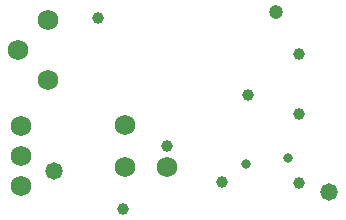
<source format=gbs>
%FSLAX23Y23*%
%MOIN*%
G70*
G01*
G75*
G04 Layer_Color=16711935*
G04:AMPARAMS|DCode=10|XSize=71mil|YSize=118mil|CornerRadius=0mil|HoleSize=0mil|Usage=FLASHONLY|Rotation=0.000|XOffset=0mil|YOffset=0mil|HoleType=Round|Shape=Octagon|*
%AMOCTAGOND10*
4,1,8,-0.018,0.059,0.018,0.059,0.035,0.041,0.035,-0.041,0.018,-0.059,-0.018,-0.059,-0.035,-0.041,-0.035,0.041,-0.018,0.059,0.0*
%
%ADD10OCTAGOND10*%

%ADD11R,0.020X0.047*%
%ADD12R,0.020X0.063*%
%ADD13R,0.031X0.035*%
%ADD14R,0.035X0.031*%
%ADD15R,0.051X0.106*%
%ADD16R,0.091X0.091*%
%ADD17R,0.106X0.051*%
%ADD18R,0.059X0.118*%
%ADD19R,0.039X0.118*%
%ADD20O,0.087X0.024*%
%ADD21C,0.010*%
%ADD22C,0.060*%
%ADD23C,0.039*%
%ADD24C,0.050*%
%ADD25C,0.031*%
%ADD26C,0.024*%
%ADD27C,0.010*%
%ADD28C,0.008*%
G04:AMPARAMS|DCode=29|XSize=79mil|YSize=126mil|CornerRadius=0mil|HoleSize=0mil|Usage=FLASHONLY|Rotation=0.000|XOffset=0mil|YOffset=0mil|HoleType=Round|Shape=Octagon|*
%AMOCTAGOND29*
4,1,8,-0.020,0.063,0.020,0.063,0.039,0.043,0.039,-0.043,0.020,-0.063,-0.020,-0.063,-0.039,-0.043,-0.039,0.043,-0.020,0.063,0.0*
%
%ADD29OCTAGOND29*%

%ADD30R,0.028X0.055*%
%ADD31R,0.028X0.071*%
%ADD32R,0.039X0.043*%
%ADD33R,0.043X0.039*%
%ADD34R,0.059X0.114*%
%ADD35R,0.099X0.099*%
%ADD36R,0.114X0.059*%
%ADD37R,0.067X0.126*%
%ADD38R,0.047X0.126*%
%ADD39O,0.095X0.032*%
%ADD40C,0.068*%
%ADD41C,0.047*%
%ADD42C,0.058*%
%ADD43C,0.039*%
%ADD44C,0.032*%
D40*
X265Y485D02*
D03*
Y385D02*
D03*
Y585D02*
D03*
X609Y449D02*
D03*
Y591D02*
D03*
X751Y449D02*
D03*
X355Y740D02*
D03*
Y940D02*
D03*
X255Y840D02*
D03*
D41*
X1115Y965D02*
D03*
D42*
X1290Y365D02*
D03*
X375Y435D02*
D03*
D43*
X1190Y825D02*
D03*
X750Y520D02*
D03*
X1020Y690D02*
D03*
X935Y400D02*
D03*
X605Y310D02*
D03*
X520Y945D02*
D03*
X1190Y625D02*
D03*
Y395D02*
D03*
D44*
X1015Y460D02*
D03*
X1155Y480D02*
D03*
M02*

</source>
